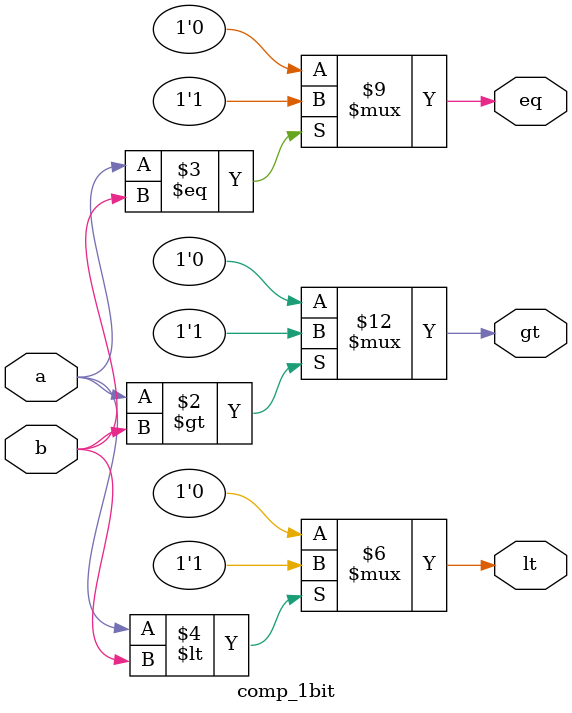
<source format=v>

module comp_1bit (a,b,gt,eq,lt);
input a,b;
output reg gt,eq,lt;

always@(*) begin 
	gt = 0;   //we have to initialize them to zero. Because, it is reg, when at one nput combination, gt becomes, and next combination eq or lt becomes 1.	
	eq = 0;   //But previous gt won't becomes zero, unless you make it. So, if it is not zero, multiple outputs becomes true. which is not possible.
	lt = 0;
	if (a>b)  gt = 1;  //All are mutually exclusive - when one happens others won't. Equal priority to all, so 'else' is not compulsory.
	if (a==b) eq = 1;
	if (a<b)  lt = 1;
end
endmodule
</source>
